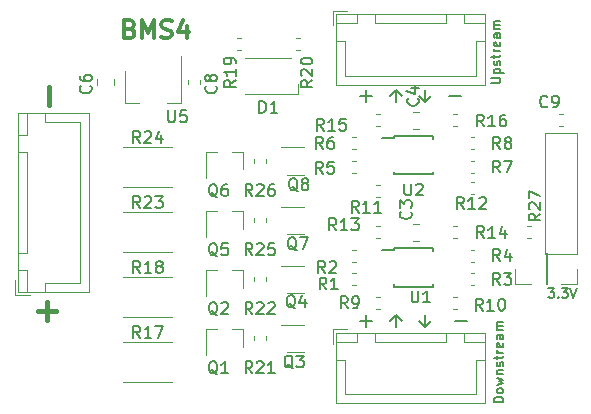
<source format=gto>
G04 #@! TF.GenerationSoftware,KiCad,Pcbnew,(5.0.0)*
G04 #@! TF.CreationDate,2019-02-21T23:12:31-08:00*
G04 #@! TF.ProjectId,bms4_f051,626D73345F663035312E6B696361645F,rev?*
G04 #@! TF.SameCoordinates,Original*
G04 #@! TF.FileFunction,Legend,Top*
G04 #@! TF.FilePolarity,Positive*
%FSLAX46Y46*%
G04 Gerber Fmt 4.6, Leading zero omitted, Abs format (unit mm)*
G04 Created by KiCad (PCBNEW (5.0.0)) date 02/21/19 23:12:31*
%MOMM*%
%LPD*%
G01*
G04 APERTURE LIST*
%ADD10C,0.300000*%
%ADD11C,0.200000*%
%ADD12C,0.150000*%
%ADD13C,0.400000*%
%ADD14C,0.120000*%
G04 APERTURE END LIST*
D10*
X111021428Y-102792857D02*
X111235714Y-102864285D01*
X111307142Y-102935714D01*
X111378571Y-103078571D01*
X111378571Y-103292857D01*
X111307142Y-103435714D01*
X111235714Y-103507142D01*
X111092857Y-103578571D01*
X110521428Y-103578571D01*
X110521428Y-102078571D01*
X111021428Y-102078571D01*
X111164285Y-102150000D01*
X111235714Y-102221428D01*
X111307142Y-102364285D01*
X111307142Y-102507142D01*
X111235714Y-102650000D01*
X111164285Y-102721428D01*
X111021428Y-102792857D01*
X110521428Y-102792857D01*
X112021428Y-103578571D02*
X112021428Y-102078571D01*
X112521428Y-103150000D01*
X113021428Y-102078571D01*
X113021428Y-103578571D01*
X113664285Y-103507142D02*
X113878571Y-103578571D01*
X114235714Y-103578571D01*
X114378571Y-103507142D01*
X114450000Y-103435714D01*
X114521428Y-103292857D01*
X114521428Y-103150000D01*
X114450000Y-103007142D01*
X114378571Y-102935714D01*
X114235714Y-102864285D01*
X113950000Y-102792857D01*
X113807142Y-102721428D01*
X113735714Y-102650000D01*
X113664285Y-102507142D01*
X113664285Y-102364285D01*
X113735714Y-102221428D01*
X113807142Y-102150000D01*
X113950000Y-102078571D01*
X114307142Y-102078571D01*
X114521428Y-102150000D01*
X115807142Y-102578571D02*
X115807142Y-103578571D01*
X115450000Y-102007142D02*
X115092857Y-103078571D01*
X116021428Y-103078571D01*
D11*
X138500000Y-127500000D02*
X139500000Y-127500000D01*
X130500000Y-127500000D02*
X131500000Y-127500000D01*
X131000000Y-127000000D02*
X131000000Y-128000000D01*
X133500000Y-128000000D02*
X133500000Y-127000000D01*
X133500000Y-127000000D02*
X133000000Y-127500000D01*
X133500000Y-127000000D02*
X134000000Y-127500000D01*
X136000000Y-127000000D02*
X136000000Y-128000000D01*
X136000000Y-128000000D02*
X136500000Y-127500000D01*
X136000000Y-128000000D02*
X135500000Y-127500000D01*
X136000000Y-108000000D02*
X136000000Y-109000000D01*
X136000000Y-109000000D02*
X136500000Y-108500000D01*
X136000000Y-109000000D02*
X135500000Y-108500000D01*
X133500000Y-108000000D02*
X134000000Y-108500000D01*
X133500000Y-108000000D02*
X133500000Y-109000000D01*
X133500000Y-108000000D02*
X133000000Y-108500000D01*
X138000000Y-108500000D02*
X139000000Y-108500000D01*
X130500000Y-108500000D02*
X131500000Y-108500000D01*
X131000000Y-108000000D02*
X131000000Y-109000000D01*
D12*
X146419047Y-124761904D02*
X146914285Y-124761904D01*
X146647619Y-125066666D01*
X146761904Y-125066666D01*
X146838095Y-125104761D01*
X146876190Y-125142857D01*
X146914285Y-125219047D01*
X146914285Y-125409523D01*
X146876190Y-125485714D01*
X146838095Y-125523809D01*
X146761904Y-125561904D01*
X146533333Y-125561904D01*
X146457142Y-125523809D01*
X146419047Y-125485714D01*
X147257142Y-125485714D02*
X147295238Y-125523809D01*
X147257142Y-125561904D01*
X147219047Y-125523809D01*
X147257142Y-125485714D01*
X147257142Y-125561904D01*
X147561904Y-124761904D02*
X148057142Y-124761904D01*
X147790476Y-125066666D01*
X147904761Y-125066666D01*
X147980952Y-125104761D01*
X148019047Y-125142857D01*
X148057142Y-125219047D01*
X148057142Y-125409523D01*
X148019047Y-125485714D01*
X147980952Y-125523809D01*
X147904761Y-125561904D01*
X147676190Y-125561904D01*
X147600000Y-125523809D01*
X147561904Y-125485714D01*
X148285714Y-124761904D02*
X148552380Y-125561904D01*
X148819047Y-124761904D01*
X142611904Y-134390476D02*
X141811904Y-134390476D01*
X141811904Y-134200000D01*
X141850000Y-134085714D01*
X141926190Y-134009523D01*
X142002380Y-133971428D01*
X142154761Y-133933333D01*
X142269047Y-133933333D01*
X142421428Y-133971428D01*
X142497619Y-134009523D01*
X142573809Y-134085714D01*
X142611904Y-134200000D01*
X142611904Y-134390476D01*
X142611904Y-133476190D02*
X142573809Y-133552380D01*
X142535714Y-133590476D01*
X142459523Y-133628571D01*
X142230952Y-133628571D01*
X142154761Y-133590476D01*
X142116666Y-133552380D01*
X142078571Y-133476190D01*
X142078571Y-133361904D01*
X142116666Y-133285714D01*
X142154761Y-133247619D01*
X142230952Y-133209523D01*
X142459523Y-133209523D01*
X142535714Y-133247619D01*
X142573809Y-133285714D01*
X142611904Y-133361904D01*
X142611904Y-133476190D01*
X142078571Y-132942857D02*
X142611904Y-132790476D01*
X142230952Y-132638095D01*
X142611904Y-132485714D01*
X142078571Y-132333333D01*
X142078571Y-132028571D02*
X142611904Y-132028571D01*
X142154761Y-132028571D02*
X142116666Y-131990476D01*
X142078571Y-131914285D01*
X142078571Y-131800000D01*
X142116666Y-131723809D01*
X142192857Y-131685714D01*
X142611904Y-131685714D01*
X142573809Y-131342857D02*
X142611904Y-131266666D01*
X142611904Y-131114285D01*
X142573809Y-131038095D01*
X142497619Y-131000000D01*
X142459523Y-131000000D01*
X142383333Y-131038095D01*
X142345238Y-131114285D01*
X142345238Y-131228571D01*
X142307142Y-131304761D01*
X142230952Y-131342857D01*
X142192857Y-131342857D01*
X142116666Y-131304761D01*
X142078571Y-131228571D01*
X142078571Y-131114285D01*
X142116666Y-131038095D01*
X142078571Y-130771428D02*
X142078571Y-130466666D01*
X141811904Y-130657142D02*
X142497619Y-130657142D01*
X142573809Y-130619047D01*
X142611904Y-130542857D01*
X142611904Y-130466666D01*
X142611904Y-130200000D02*
X142078571Y-130200000D01*
X142230952Y-130200000D02*
X142154761Y-130161904D01*
X142116666Y-130123809D01*
X142078571Y-130047619D01*
X142078571Y-129971428D01*
X142573809Y-129400000D02*
X142611904Y-129476190D01*
X142611904Y-129628571D01*
X142573809Y-129704761D01*
X142497619Y-129742857D01*
X142192857Y-129742857D01*
X142116666Y-129704761D01*
X142078571Y-129628571D01*
X142078571Y-129476190D01*
X142116666Y-129400000D01*
X142192857Y-129361904D01*
X142269047Y-129361904D01*
X142345238Y-129742857D01*
X142611904Y-128676190D02*
X142192857Y-128676190D01*
X142116666Y-128714285D01*
X142078571Y-128790476D01*
X142078571Y-128942857D01*
X142116666Y-129019047D01*
X142573809Y-128676190D02*
X142611904Y-128752380D01*
X142611904Y-128942857D01*
X142573809Y-129019047D01*
X142497619Y-129057142D01*
X142421428Y-129057142D01*
X142345238Y-129019047D01*
X142307142Y-128942857D01*
X142307142Y-128752380D01*
X142269047Y-128676190D01*
X142611904Y-128295238D02*
X142078571Y-128295238D01*
X142154761Y-128295238D02*
X142116666Y-128257142D01*
X142078571Y-128180952D01*
X142078571Y-128066666D01*
X142116666Y-127990476D01*
X142192857Y-127952380D01*
X142611904Y-127952380D01*
X142192857Y-127952380D02*
X142116666Y-127914285D01*
X142078571Y-127838095D01*
X142078571Y-127723809D01*
X142116666Y-127647619D01*
X142192857Y-127609523D01*
X142611904Y-127609523D01*
X141561904Y-107378571D02*
X142209523Y-107378571D01*
X142285714Y-107340476D01*
X142323809Y-107302380D01*
X142361904Y-107226190D01*
X142361904Y-107073809D01*
X142323809Y-106997619D01*
X142285714Y-106959523D01*
X142209523Y-106921428D01*
X141561904Y-106921428D01*
X141828571Y-106540476D02*
X142628571Y-106540476D01*
X141866666Y-106540476D02*
X141828571Y-106464285D01*
X141828571Y-106311904D01*
X141866666Y-106235714D01*
X141904761Y-106197619D01*
X141980952Y-106159523D01*
X142209523Y-106159523D01*
X142285714Y-106197619D01*
X142323809Y-106235714D01*
X142361904Y-106311904D01*
X142361904Y-106464285D01*
X142323809Y-106540476D01*
X142323809Y-105854761D02*
X142361904Y-105778571D01*
X142361904Y-105626190D01*
X142323809Y-105550000D01*
X142247619Y-105511904D01*
X142209523Y-105511904D01*
X142133333Y-105550000D01*
X142095238Y-105626190D01*
X142095238Y-105740476D01*
X142057142Y-105816666D01*
X141980952Y-105854761D01*
X141942857Y-105854761D01*
X141866666Y-105816666D01*
X141828571Y-105740476D01*
X141828571Y-105626190D01*
X141866666Y-105550000D01*
X141828571Y-105283333D02*
X141828571Y-104978571D01*
X141561904Y-105169047D02*
X142247619Y-105169047D01*
X142323809Y-105130952D01*
X142361904Y-105054761D01*
X142361904Y-104978571D01*
X142361904Y-104711904D02*
X141828571Y-104711904D01*
X141980952Y-104711904D02*
X141904761Y-104673809D01*
X141866666Y-104635714D01*
X141828571Y-104559523D01*
X141828571Y-104483333D01*
X142323809Y-103911904D02*
X142361904Y-103988095D01*
X142361904Y-104140476D01*
X142323809Y-104216666D01*
X142247619Y-104254761D01*
X141942857Y-104254761D01*
X141866666Y-104216666D01*
X141828571Y-104140476D01*
X141828571Y-103988095D01*
X141866666Y-103911904D01*
X141942857Y-103873809D01*
X142019047Y-103873809D01*
X142095238Y-104254761D01*
X142361904Y-103188095D02*
X141942857Y-103188095D01*
X141866666Y-103226190D01*
X141828571Y-103302380D01*
X141828571Y-103454761D01*
X141866666Y-103530952D01*
X142323809Y-103188095D02*
X142361904Y-103264285D01*
X142361904Y-103454761D01*
X142323809Y-103530952D01*
X142247619Y-103569047D01*
X142171428Y-103569047D01*
X142095238Y-103530952D01*
X142057142Y-103454761D01*
X142057142Y-103264285D01*
X142019047Y-103188095D01*
X142361904Y-102807142D02*
X141828571Y-102807142D01*
X141904761Y-102807142D02*
X141866666Y-102769047D01*
X141828571Y-102692857D01*
X141828571Y-102578571D01*
X141866666Y-102502380D01*
X141942857Y-102464285D01*
X142361904Y-102464285D01*
X141942857Y-102464285D02*
X141866666Y-102426190D01*
X141828571Y-102350000D01*
X141828571Y-102235714D01*
X141866666Y-102159523D01*
X141942857Y-102121428D01*
X142361904Y-102121428D01*
D13*
X104142857Y-109261904D02*
X104142857Y-107738095D01*
X103238095Y-126642857D02*
X104761904Y-126642857D01*
X104000000Y-127404761D02*
X104000000Y-125880952D01*
D14*
G04 #@! TO.C,C3*
X135508578Y-120760000D02*
X134991422Y-120760000D01*
X135508578Y-119340000D02*
X134991422Y-119340000D01*
G04 #@! TO.C,C4*
X135508578Y-109840000D02*
X134991422Y-109840000D01*
X135508578Y-111260000D02*
X134991422Y-111260000D01*
G04 #@! TO.C,C6*
X108240000Y-107066422D02*
X108240000Y-107583578D01*
X109660000Y-107066422D02*
X109660000Y-107583578D01*
G04 #@! TO.C,C8*
X116960000Y-107162221D02*
X116960000Y-107487779D01*
X115940000Y-107162221D02*
X115940000Y-107487779D01*
G04 #@! TO.C,C9*
X147337221Y-111010000D02*
X147662779Y-111010000D01*
X147337221Y-109990000D02*
X147662779Y-109990000D01*
G04 #@! TO.C,D1*
X125200000Y-107500000D02*
X125200000Y-108300000D01*
X125200044Y-108300000D02*
X120750000Y-108300000D01*
X124650000Y-105300000D02*
X120750000Y-105300000D01*
G04 #@! TO.C,J1*
X128150000Y-101250000D02*
X128150000Y-102500000D01*
X129400000Y-101250000D02*
X128150000Y-101250000D01*
X140300000Y-106750000D02*
X134750000Y-106750000D01*
X140300000Y-103800000D02*
X140300000Y-106750000D01*
X141050000Y-103800000D02*
X140300000Y-103800000D01*
X129200000Y-106750000D02*
X134750000Y-106750000D01*
X129200000Y-103800000D02*
X129200000Y-106750000D01*
X128450000Y-103800000D02*
X129200000Y-103800000D01*
X141050000Y-101550000D02*
X139250000Y-101550000D01*
X141050000Y-102300000D02*
X141050000Y-101550000D01*
X139250000Y-102300000D02*
X141050000Y-102300000D01*
X139250000Y-101550000D02*
X139250000Y-102300000D01*
X130250000Y-101550000D02*
X128450000Y-101550000D01*
X130250000Y-102300000D02*
X130250000Y-101550000D01*
X128450000Y-102300000D02*
X130250000Y-102300000D01*
X128450000Y-101550000D02*
X128450000Y-102300000D01*
X137750000Y-101550000D02*
X131750000Y-101550000D01*
X137750000Y-102300000D02*
X137750000Y-101550000D01*
X131750000Y-102300000D02*
X137750000Y-102300000D01*
X131750000Y-101550000D02*
X131750000Y-102300000D01*
X141060000Y-101540000D02*
X128440000Y-101540000D01*
X141060000Y-107510000D02*
X141060000Y-101540000D01*
X128440000Y-107510000D02*
X141060000Y-107510000D01*
X128440000Y-101540000D02*
X128440000Y-107510000D01*
G04 #@! TO.C,J2*
X101540000Y-125060000D02*
X107510000Y-125060000D01*
X107510000Y-125060000D02*
X107510000Y-109940000D01*
X107510000Y-109940000D02*
X101540000Y-109940000D01*
X101540000Y-109940000D02*
X101540000Y-125060000D01*
X101550000Y-121750000D02*
X102300000Y-121750000D01*
X102300000Y-121750000D02*
X102300000Y-113250000D01*
X102300000Y-113250000D02*
X101550000Y-113250000D01*
X101550000Y-113250000D02*
X101550000Y-121750000D01*
X101550000Y-125050000D02*
X102300000Y-125050000D01*
X102300000Y-125050000D02*
X102300000Y-123250000D01*
X102300000Y-123250000D02*
X101550000Y-123250000D01*
X101550000Y-123250000D02*
X101550000Y-125050000D01*
X101550000Y-111750000D02*
X102300000Y-111750000D01*
X102300000Y-111750000D02*
X102300000Y-109950000D01*
X102300000Y-109950000D02*
X101550000Y-109950000D01*
X101550000Y-109950000D02*
X101550000Y-111750000D01*
X103800000Y-125050000D02*
X103800000Y-124300000D01*
X103800000Y-124300000D02*
X106750000Y-124300000D01*
X106750000Y-124300000D02*
X106750000Y-117500000D01*
X103800000Y-109950000D02*
X103800000Y-110700000D01*
X103800000Y-110700000D02*
X106750000Y-110700000D01*
X106750000Y-110700000D02*
X106750000Y-117500000D01*
X101250000Y-124100000D02*
X101250000Y-125350000D01*
X101250000Y-125350000D02*
X102500000Y-125350000D01*
G04 #@! TO.C,J3*
X148830000Y-111610000D02*
X146170000Y-111610000D01*
X148830000Y-121830000D02*
X148830000Y-111610000D01*
X146170000Y-121830000D02*
X146170000Y-111610000D01*
X148830000Y-121830000D02*
X146170000Y-121830000D01*
X148830000Y-123100000D02*
X148830000Y-124430000D01*
X148830000Y-124430000D02*
X147500000Y-124430000D01*
G04 #@! TO.C,J4*
X128440000Y-128540000D02*
X128440000Y-134510000D01*
X128440000Y-134510000D02*
X141060000Y-134510000D01*
X141060000Y-134510000D02*
X141060000Y-128540000D01*
X141060000Y-128540000D02*
X128440000Y-128540000D01*
X131750000Y-128550000D02*
X131750000Y-129300000D01*
X131750000Y-129300000D02*
X137750000Y-129300000D01*
X137750000Y-129300000D02*
X137750000Y-128550000D01*
X137750000Y-128550000D02*
X131750000Y-128550000D01*
X128450000Y-128550000D02*
X128450000Y-129300000D01*
X128450000Y-129300000D02*
X130250000Y-129300000D01*
X130250000Y-129300000D02*
X130250000Y-128550000D01*
X130250000Y-128550000D02*
X128450000Y-128550000D01*
X139250000Y-128550000D02*
X139250000Y-129300000D01*
X139250000Y-129300000D02*
X141050000Y-129300000D01*
X141050000Y-129300000D02*
X141050000Y-128550000D01*
X141050000Y-128550000D02*
X139250000Y-128550000D01*
X128450000Y-130800000D02*
X129200000Y-130800000D01*
X129200000Y-130800000D02*
X129200000Y-133750000D01*
X129200000Y-133750000D02*
X134750000Y-133750000D01*
X141050000Y-130800000D02*
X140300000Y-130800000D01*
X140300000Y-130800000D02*
X140300000Y-133750000D01*
X140300000Y-133750000D02*
X134750000Y-133750000D01*
X129400000Y-128250000D02*
X128150000Y-128250000D01*
X128150000Y-128250000D02*
X128150000Y-129500000D01*
G04 #@! TO.C,Q1*
X120580000Y-128240000D02*
X119650000Y-128240000D01*
X117420000Y-128240000D02*
X118350000Y-128240000D01*
X117420000Y-128240000D02*
X117420000Y-130400000D01*
X120580000Y-128240000D02*
X120580000Y-129700000D01*
G04 #@! TO.C,Q2*
X120580000Y-123240000D02*
X120580000Y-124700000D01*
X117420000Y-123240000D02*
X117420000Y-125400000D01*
X117420000Y-123240000D02*
X118350000Y-123240000D01*
X120580000Y-123240000D02*
X119650000Y-123240000D01*
G04 #@! TO.C,Q3*
X125700000Y-127840000D02*
X123800000Y-127840000D01*
X124300000Y-130160000D02*
X125700000Y-130160000D01*
G04 #@! TO.C,Q4*
X124300000Y-125160000D02*
X125700000Y-125160000D01*
X125700000Y-122840000D02*
X123800000Y-122840000D01*
G04 #@! TO.C,Q5*
X120580000Y-118240000D02*
X119650000Y-118240000D01*
X117420000Y-118240000D02*
X118350000Y-118240000D01*
X117420000Y-118240000D02*
X117420000Y-120400000D01*
X120580000Y-118240000D02*
X120580000Y-119700000D01*
G04 #@! TO.C,Q6*
X120580000Y-113240000D02*
X120580000Y-114700000D01*
X117420000Y-113240000D02*
X117420000Y-115400000D01*
X117420000Y-113240000D02*
X118350000Y-113240000D01*
X120580000Y-113240000D02*
X119650000Y-113240000D01*
G04 #@! TO.C,Q7*
X125700000Y-117840000D02*
X123800000Y-117840000D01*
X124300000Y-120160000D02*
X125700000Y-120160000D01*
G04 #@! TO.C,Q8*
X124300000Y-115160000D02*
X125700000Y-115160000D01*
X125700000Y-112840000D02*
X123800000Y-112840000D01*
G04 #@! TO.C,R1*
X130162779Y-124510000D02*
X129837221Y-124510000D01*
X130162779Y-123490000D02*
X129837221Y-123490000D01*
G04 #@! TO.C,R2*
X130162779Y-121490000D02*
X129837221Y-121490000D01*
X130162779Y-122510000D02*
X129837221Y-122510000D01*
G04 #@! TO.C,R3*
X139837221Y-123490000D02*
X140162779Y-123490000D01*
X139837221Y-124510000D02*
X140162779Y-124510000D01*
G04 #@! TO.C,R4*
X139837221Y-122510000D02*
X140162779Y-122510000D01*
X139837221Y-121490000D02*
X140162779Y-121490000D01*
G04 #@! TO.C,R5*
X130162779Y-115010000D02*
X129837221Y-115010000D01*
X130162779Y-113990000D02*
X129837221Y-113990000D01*
G04 #@! TO.C,R6*
X130162779Y-111990000D02*
X129837221Y-111990000D01*
X130162779Y-113010000D02*
X129837221Y-113010000D01*
G04 #@! TO.C,R7*
X139837221Y-113990000D02*
X140162779Y-113990000D01*
X139837221Y-115010000D02*
X140162779Y-115010000D01*
G04 #@! TO.C,R8*
X139837221Y-113010000D02*
X140162779Y-113010000D01*
X139837221Y-111990000D02*
X140162779Y-111990000D01*
G04 #@! TO.C,R9*
X132162779Y-125490000D02*
X131837221Y-125490000D01*
X132162779Y-126510000D02*
X131837221Y-126510000D01*
G04 #@! TO.C,R10*
X138337221Y-126510000D02*
X138662779Y-126510000D01*
X138337221Y-125490000D02*
X138662779Y-125490000D01*
G04 #@! TO.C,R11*
X132162779Y-115990000D02*
X131837221Y-115990000D01*
X132162779Y-117010000D02*
X131837221Y-117010000D01*
G04 #@! TO.C,R12*
X140162779Y-115740000D02*
X139837221Y-115740000D01*
X140162779Y-116760000D02*
X139837221Y-116760000D01*
G04 #@! TO.C,R13*
X132162779Y-120510000D02*
X131837221Y-120510000D01*
X132162779Y-119490000D02*
X131837221Y-119490000D01*
G04 #@! TO.C,R14*
X138337221Y-119490000D02*
X138662779Y-119490000D01*
X138337221Y-120510000D02*
X138662779Y-120510000D01*
G04 #@! TO.C,R15*
X132162779Y-111010000D02*
X131837221Y-111010000D01*
X132162779Y-109990000D02*
X131837221Y-109990000D01*
G04 #@! TO.C,R16*
X138337221Y-109990000D02*
X138662779Y-109990000D01*
X138337221Y-111010000D02*
X138662779Y-111010000D01*
G04 #@! TO.C,R19*
X120087221Y-104610000D02*
X120412779Y-104610000D01*
X120087221Y-103590000D02*
X120412779Y-103590000D01*
G04 #@! TO.C,R20*
X125087221Y-103590000D02*
X125412779Y-103590000D01*
X125087221Y-104610000D02*
X125412779Y-104610000D01*
G04 #@! TO.C,R21*
X122510000Y-128837221D02*
X122510000Y-129162779D01*
X121490000Y-128837221D02*
X121490000Y-129162779D01*
G04 #@! TO.C,R22*
X121490000Y-123837221D02*
X121490000Y-124162779D01*
X122510000Y-123837221D02*
X122510000Y-124162779D01*
G04 #@! TO.C,R25*
X122510000Y-118837221D02*
X122510000Y-119162779D01*
X121490000Y-118837221D02*
X121490000Y-119162779D01*
G04 #@! TO.C,R26*
X121490000Y-113837221D02*
X121490000Y-114162779D01*
X122510000Y-113837221D02*
X122510000Y-114162779D01*
D12*
G04 #@! TO.C,U1*
X133375000Y-121500000D02*
X132300000Y-121500000D01*
X133375000Y-124625000D02*
X136625000Y-124625000D01*
X133375000Y-121375000D02*
X136625000Y-121375000D01*
X133375000Y-124625000D02*
X133375000Y-124400000D01*
X136625000Y-124625000D02*
X136625000Y-124400000D01*
X136625000Y-121375000D02*
X136625000Y-121600000D01*
X133375000Y-121375000D02*
X133375000Y-121500000D01*
G04 #@! TO.C,U2*
X133375000Y-111875000D02*
X133375000Y-112000000D01*
X136625000Y-111875000D02*
X136625000Y-112100000D01*
X136625000Y-115125000D02*
X136625000Y-114900000D01*
X133375000Y-115125000D02*
X133375000Y-114900000D01*
X133375000Y-111875000D02*
X136625000Y-111875000D01*
X133375000Y-115125000D02*
X136625000Y-115125000D01*
X133375000Y-112000000D02*
X132300000Y-112000000D01*
D14*
G04 #@! TO.C,U5*
X111750000Y-109105000D02*
X110550000Y-109105000D01*
X110550000Y-109105000D02*
X110550000Y-106405000D01*
X115350000Y-105105000D02*
X115350000Y-109105000D01*
X115350000Y-109105000D02*
X114150000Y-109105000D01*
G04 #@! TO.C,R17*
X110447936Y-132710000D02*
X114552064Y-132710000D01*
X110447936Y-129290000D02*
X114552064Y-129290000D01*
G04 #@! TO.C,R18*
X110447936Y-127210000D02*
X114552064Y-127210000D01*
X110447936Y-123790000D02*
X114552064Y-123790000D01*
G04 #@! TO.C,R23*
X110447936Y-118290000D02*
X114552064Y-118290000D01*
X110447936Y-121710000D02*
X114552064Y-121710000D01*
G04 #@! TO.C,R24*
X110447936Y-112790000D02*
X114552064Y-112790000D01*
X110447936Y-116210000D02*
X114552064Y-116210000D01*
G04 #@! TO.C,J5*
X146290000Y-124430000D02*
X146290000Y-121770000D01*
X146230000Y-124430000D02*
X146290000Y-124430000D01*
X146230000Y-121770000D02*
X146290000Y-121770000D01*
X146230000Y-124430000D02*
X146230000Y-121770000D01*
X144960000Y-124430000D02*
X143630000Y-124430000D01*
X143630000Y-124430000D02*
X143630000Y-123100000D01*
G04 #@! TO.C,R27*
X144962779Y-120510000D02*
X144637221Y-120510000D01*
X144962779Y-119490000D02*
X144637221Y-119490000D01*
G04 #@! TO.C,C3*
D12*
X134757142Y-118266666D02*
X134804761Y-118314285D01*
X134852380Y-118457142D01*
X134852380Y-118552380D01*
X134804761Y-118695238D01*
X134709523Y-118790476D01*
X134614285Y-118838095D01*
X134423809Y-118885714D01*
X134280952Y-118885714D01*
X134090476Y-118838095D01*
X133995238Y-118790476D01*
X133900000Y-118695238D01*
X133852380Y-118552380D01*
X133852380Y-118457142D01*
X133900000Y-118314285D01*
X133947619Y-118266666D01*
X133852380Y-117933333D02*
X133852380Y-117314285D01*
X134233333Y-117647619D01*
X134233333Y-117504761D01*
X134280952Y-117409523D01*
X134328571Y-117361904D01*
X134423809Y-117314285D01*
X134661904Y-117314285D01*
X134757142Y-117361904D01*
X134804761Y-117409523D01*
X134852380Y-117504761D01*
X134852380Y-117790476D01*
X134804761Y-117885714D01*
X134757142Y-117933333D01*
G04 #@! TO.C,C4*
X135357142Y-108666666D02*
X135404761Y-108714285D01*
X135452380Y-108857142D01*
X135452380Y-108952380D01*
X135404761Y-109095238D01*
X135309523Y-109190476D01*
X135214285Y-109238095D01*
X135023809Y-109285714D01*
X134880952Y-109285714D01*
X134690476Y-109238095D01*
X134595238Y-109190476D01*
X134500000Y-109095238D01*
X134452380Y-108952380D01*
X134452380Y-108857142D01*
X134500000Y-108714285D01*
X134547619Y-108666666D01*
X134785714Y-107809523D02*
X135452380Y-107809523D01*
X134404761Y-108047619D02*
X135119047Y-108285714D01*
X135119047Y-107666666D01*
G04 #@! TO.C,C6*
X107657142Y-107616666D02*
X107704761Y-107664285D01*
X107752380Y-107807142D01*
X107752380Y-107902380D01*
X107704761Y-108045238D01*
X107609523Y-108140476D01*
X107514285Y-108188095D01*
X107323809Y-108235714D01*
X107180952Y-108235714D01*
X106990476Y-108188095D01*
X106895238Y-108140476D01*
X106800000Y-108045238D01*
X106752380Y-107902380D01*
X106752380Y-107807142D01*
X106800000Y-107664285D01*
X106847619Y-107616666D01*
X106752380Y-106759523D02*
X106752380Y-106950000D01*
X106800000Y-107045238D01*
X106847619Y-107092857D01*
X106990476Y-107188095D01*
X107180952Y-107235714D01*
X107561904Y-107235714D01*
X107657142Y-107188095D01*
X107704761Y-107140476D01*
X107752380Y-107045238D01*
X107752380Y-106854761D01*
X107704761Y-106759523D01*
X107657142Y-106711904D01*
X107561904Y-106664285D01*
X107323809Y-106664285D01*
X107228571Y-106711904D01*
X107180952Y-106759523D01*
X107133333Y-106854761D01*
X107133333Y-107045238D01*
X107180952Y-107140476D01*
X107228571Y-107188095D01*
X107323809Y-107235714D01*
G04 #@! TO.C,C8*
X118257142Y-107616666D02*
X118304761Y-107664285D01*
X118352380Y-107807142D01*
X118352380Y-107902380D01*
X118304761Y-108045238D01*
X118209523Y-108140476D01*
X118114285Y-108188095D01*
X117923809Y-108235714D01*
X117780952Y-108235714D01*
X117590476Y-108188095D01*
X117495238Y-108140476D01*
X117400000Y-108045238D01*
X117352380Y-107902380D01*
X117352380Y-107807142D01*
X117400000Y-107664285D01*
X117447619Y-107616666D01*
X117780952Y-107045238D02*
X117733333Y-107140476D01*
X117685714Y-107188095D01*
X117590476Y-107235714D01*
X117542857Y-107235714D01*
X117447619Y-107188095D01*
X117400000Y-107140476D01*
X117352380Y-107045238D01*
X117352380Y-106854761D01*
X117400000Y-106759523D01*
X117447619Y-106711904D01*
X117542857Y-106664285D01*
X117590476Y-106664285D01*
X117685714Y-106711904D01*
X117733333Y-106759523D01*
X117780952Y-106854761D01*
X117780952Y-107045238D01*
X117828571Y-107140476D01*
X117876190Y-107188095D01*
X117971428Y-107235714D01*
X118161904Y-107235714D01*
X118257142Y-107188095D01*
X118304761Y-107140476D01*
X118352380Y-107045238D01*
X118352380Y-106854761D01*
X118304761Y-106759523D01*
X118257142Y-106711904D01*
X118161904Y-106664285D01*
X117971428Y-106664285D01*
X117876190Y-106711904D01*
X117828571Y-106759523D01*
X117780952Y-106854761D01*
G04 #@! TO.C,C9*
X146333333Y-109357142D02*
X146285714Y-109404761D01*
X146142857Y-109452380D01*
X146047619Y-109452380D01*
X145904761Y-109404761D01*
X145809523Y-109309523D01*
X145761904Y-109214285D01*
X145714285Y-109023809D01*
X145714285Y-108880952D01*
X145761904Y-108690476D01*
X145809523Y-108595238D01*
X145904761Y-108500000D01*
X146047619Y-108452380D01*
X146142857Y-108452380D01*
X146285714Y-108500000D01*
X146333333Y-108547619D01*
X146809523Y-109452380D02*
X147000000Y-109452380D01*
X147095238Y-109404761D01*
X147142857Y-109357142D01*
X147238095Y-109214285D01*
X147285714Y-109023809D01*
X147285714Y-108642857D01*
X147238095Y-108547619D01*
X147190476Y-108500000D01*
X147095238Y-108452380D01*
X146904761Y-108452380D01*
X146809523Y-108500000D01*
X146761904Y-108547619D01*
X146714285Y-108642857D01*
X146714285Y-108880952D01*
X146761904Y-108976190D01*
X146809523Y-109023809D01*
X146904761Y-109071428D01*
X147095238Y-109071428D01*
X147190476Y-109023809D01*
X147238095Y-108976190D01*
X147285714Y-108880952D01*
G04 #@! TO.C,D1*
X121961904Y-109902380D02*
X121961904Y-108902380D01*
X122200000Y-108902380D01*
X122342857Y-108950000D01*
X122438095Y-109045238D01*
X122485714Y-109140476D01*
X122533333Y-109330952D01*
X122533333Y-109473809D01*
X122485714Y-109664285D01*
X122438095Y-109759523D01*
X122342857Y-109854761D01*
X122200000Y-109902380D01*
X121961904Y-109902380D01*
X123485714Y-109902380D02*
X122914285Y-109902380D01*
X123200000Y-109902380D02*
X123200000Y-108902380D01*
X123104761Y-109045238D01*
X123009523Y-109140476D01*
X122914285Y-109188095D01*
G04 #@! TO.C,Q1*
X118404761Y-132047619D02*
X118309523Y-132000000D01*
X118214285Y-131904761D01*
X118071428Y-131761904D01*
X117976190Y-131714285D01*
X117880952Y-131714285D01*
X117928571Y-131952380D02*
X117833333Y-131904761D01*
X117738095Y-131809523D01*
X117690476Y-131619047D01*
X117690476Y-131285714D01*
X117738095Y-131095238D01*
X117833333Y-131000000D01*
X117928571Y-130952380D01*
X118119047Y-130952380D01*
X118214285Y-131000000D01*
X118309523Y-131095238D01*
X118357142Y-131285714D01*
X118357142Y-131619047D01*
X118309523Y-131809523D01*
X118214285Y-131904761D01*
X118119047Y-131952380D01*
X117928571Y-131952380D01*
X119309523Y-131952380D02*
X118738095Y-131952380D01*
X119023809Y-131952380D02*
X119023809Y-130952380D01*
X118928571Y-131095238D01*
X118833333Y-131190476D01*
X118738095Y-131238095D01*
G04 #@! TO.C,Q2*
X118404761Y-127047619D02*
X118309523Y-127000000D01*
X118214285Y-126904761D01*
X118071428Y-126761904D01*
X117976190Y-126714285D01*
X117880952Y-126714285D01*
X117928571Y-126952380D02*
X117833333Y-126904761D01*
X117738095Y-126809523D01*
X117690476Y-126619047D01*
X117690476Y-126285714D01*
X117738095Y-126095238D01*
X117833333Y-126000000D01*
X117928571Y-125952380D01*
X118119047Y-125952380D01*
X118214285Y-126000000D01*
X118309523Y-126095238D01*
X118357142Y-126285714D01*
X118357142Y-126619047D01*
X118309523Y-126809523D01*
X118214285Y-126904761D01*
X118119047Y-126952380D01*
X117928571Y-126952380D01*
X118738095Y-126047619D02*
X118785714Y-126000000D01*
X118880952Y-125952380D01*
X119119047Y-125952380D01*
X119214285Y-126000000D01*
X119261904Y-126047619D01*
X119309523Y-126142857D01*
X119309523Y-126238095D01*
X119261904Y-126380952D01*
X118690476Y-126952380D01*
X119309523Y-126952380D01*
G04 #@! TO.C,Q3*
X124804761Y-131547619D02*
X124709523Y-131500000D01*
X124614285Y-131404761D01*
X124471428Y-131261904D01*
X124376190Y-131214285D01*
X124280952Y-131214285D01*
X124328571Y-131452380D02*
X124233333Y-131404761D01*
X124138095Y-131309523D01*
X124090476Y-131119047D01*
X124090476Y-130785714D01*
X124138095Y-130595238D01*
X124233333Y-130500000D01*
X124328571Y-130452380D01*
X124519047Y-130452380D01*
X124614285Y-130500000D01*
X124709523Y-130595238D01*
X124757142Y-130785714D01*
X124757142Y-131119047D01*
X124709523Y-131309523D01*
X124614285Y-131404761D01*
X124519047Y-131452380D01*
X124328571Y-131452380D01*
X125090476Y-130452380D02*
X125709523Y-130452380D01*
X125376190Y-130833333D01*
X125519047Y-130833333D01*
X125614285Y-130880952D01*
X125661904Y-130928571D01*
X125709523Y-131023809D01*
X125709523Y-131261904D01*
X125661904Y-131357142D01*
X125614285Y-131404761D01*
X125519047Y-131452380D01*
X125233333Y-131452380D01*
X125138095Y-131404761D01*
X125090476Y-131357142D01*
G04 #@! TO.C,Q4*
X125004761Y-126447619D02*
X124909523Y-126400000D01*
X124814285Y-126304761D01*
X124671428Y-126161904D01*
X124576190Y-126114285D01*
X124480952Y-126114285D01*
X124528571Y-126352380D02*
X124433333Y-126304761D01*
X124338095Y-126209523D01*
X124290476Y-126019047D01*
X124290476Y-125685714D01*
X124338095Y-125495238D01*
X124433333Y-125400000D01*
X124528571Y-125352380D01*
X124719047Y-125352380D01*
X124814285Y-125400000D01*
X124909523Y-125495238D01*
X124957142Y-125685714D01*
X124957142Y-126019047D01*
X124909523Y-126209523D01*
X124814285Y-126304761D01*
X124719047Y-126352380D01*
X124528571Y-126352380D01*
X125814285Y-125685714D02*
X125814285Y-126352380D01*
X125576190Y-125304761D02*
X125338095Y-126019047D01*
X125957142Y-126019047D01*
G04 #@! TO.C,Q5*
X118404761Y-122047619D02*
X118309523Y-122000000D01*
X118214285Y-121904761D01*
X118071428Y-121761904D01*
X117976190Y-121714285D01*
X117880952Y-121714285D01*
X117928571Y-121952380D02*
X117833333Y-121904761D01*
X117738095Y-121809523D01*
X117690476Y-121619047D01*
X117690476Y-121285714D01*
X117738095Y-121095238D01*
X117833333Y-121000000D01*
X117928571Y-120952380D01*
X118119047Y-120952380D01*
X118214285Y-121000000D01*
X118309523Y-121095238D01*
X118357142Y-121285714D01*
X118357142Y-121619047D01*
X118309523Y-121809523D01*
X118214285Y-121904761D01*
X118119047Y-121952380D01*
X117928571Y-121952380D01*
X119261904Y-120952380D02*
X118785714Y-120952380D01*
X118738095Y-121428571D01*
X118785714Y-121380952D01*
X118880952Y-121333333D01*
X119119047Y-121333333D01*
X119214285Y-121380952D01*
X119261904Y-121428571D01*
X119309523Y-121523809D01*
X119309523Y-121761904D01*
X119261904Y-121857142D01*
X119214285Y-121904761D01*
X119119047Y-121952380D01*
X118880952Y-121952380D01*
X118785714Y-121904761D01*
X118738095Y-121857142D01*
G04 #@! TO.C,Q6*
X118404761Y-117047619D02*
X118309523Y-117000000D01*
X118214285Y-116904761D01*
X118071428Y-116761904D01*
X117976190Y-116714285D01*
X117880952Y-116714285D01*
X117928571Y-116952380D02*
X117833333Y-116904761D01*
X117738095Y-116809523D01*
X117690476Y-116619047D01*
X117690476Y-116285714D01*
X117738095Y-116095238D01*
X117833333Y-116000000D01*
X117928571Y-115952380D01*
X118119047Y-115952380D01*
X118214285Y-116000000D01*
X118309523Y-116095238D01*
X118357142Y-116285714D01*
X118357142Y-116619047D01*
X118309523Y-116809523D01*
X118214285Y-116904761D01*
X118119047Y-116952380D01*
X117928571Y-116952380D01*
X119214285Y-115952380D02*
X119023809Y-115952380D01*
X118928571Y-116000000D01*
X118880952Y-116047619D01*
X118785714Y-116190476D01*
X118738095Y-116380952D01*
X118738095Y-116761904D01*
X118785714Y-116857142D01*
X118833333Y-116904761D01*
X118928571Y-116952380D01*
X119119047Y-116952380D01*
X119214285Y-116904761D01*
X119261904Y-116857142D01*
X119309523Y-116761904D01*
X119309523Y-116523809D01*
X119261904Y-116428571D01*
X119214285Y-116380952D01*
X119119047Y-116333333D01*
X118928571Y-116333333D01*
X118833333Y-116380952D01*
X118785714Y-116428571D01*
X118738095Y-116523809D01*
G04 #@! TO.C,Q7*
X125104761Y-121547619D02*
X125009523Y-121500000D01*
X124914285Y-121404761D01*
X124771428Y-121261904D01*
X124676190Y-121214285D01*
X124580952Y-121214285D01*
X124628571Y-121452380D02*
X124533333Y-121404761D01*
X124438095Y-121309523D01*
X124390476Y-121119047D01*
X124390476Y-120785714D01*
X124438095Y-120595238D01*
X124533333Y-120500000D01*
X124628571Y-120452380D01*
X124819047Y-120452380D01*
X124914285Y-120500000D01*
X125009523Y-120595238D01*
X125057142Y-120785714D01*
X125057142Y-121119047D01*
X125009523Y-121309523D01*
X124914285Y-121404761D01*
X124819047Y-121452380D01*
X124628571Y-121452380D01*
X125390476Y-120452380D02*
X126057142Y-120452380D01*
X125628571Y-121452380D01*
G04 #@! TO.C,Q8*
X125204761Y-116547619D02*
X125109523Y-116500000D01*
X125014285Y-116404761D01*
X124871428Y-116261904D01*
X124776190Y-116214285D01*
X124680952Y-116214285D01*
X124728571Y-116452380D02*
X124633333Y-116404761D01*
X124538095Y-116309523D01*
X124490476Y-116119047D01*
X124490476Y-115785714D01*
X124538095Y-115595238D01*
X124633333Y-115500000D01*
X124728571Y-115452380D01*
X124919047Y-115452380D01*
X125014285Y-115500000D01*
X125109523Y-115595238D01*
X125157142Y-115785714D01*
X125157142Y-116119047D01*
X125109523Y-116309523D01*
X125014285Y-116404761D01*
X124919047Y-116452380D01*
X124728571Y-116452380D01*
X125728571Y-115880952D02*
X125633333Y-115833333D01*
X125585714Y-115785714D01*
X125538095Y-115690476D01*
X125538095Y-115642857D01*
X125585714Y-115547619D01*
X125633333Y-115500000D01*
X125728571Y-115452380D01*
X125919047Y-115452380D01*
X126014285Y-115500000D01*
X126061904Y-115547619D01*
X126109523Y-115642857D01*
X126109523Y-115690476D01*
X126061904Y-115785714D01*
X126014285Y-115833333D01*
X125919047Y-115880952D01*
X125728571Y-115880952D01*
X125633333Y-115928571D01*
X125585714Y-115976190D01*
X125538095Y-116071428D01*
X125538095Y-116261904D01*
X125585714Y-116357142D01*
X125633333Y-116404761D01*
X125728571Y-116452380D01*
X125919047Y-116452380D01*
X126014285Y-116404761D01*
X126061904Y-116357142D01*
X126109523Y-116261904D01*
X126109523Y-116071428D01*
X126061904Y-115976190D01*
X126014285Y-115928571D01*
X125919047Y-115880952D01*
G04 #@! TO.C,R1*
X127633333Y-124852380D02*
X127300000Y-124376190D01*
X127061904Y-124852380D02*
X127061904Y-123852380D01*
X127442857Y-123852380D01*
X127538095Y-123900000D01*
X127585714Y-123947619D01*
X127633333Y-124042857D01*
X127633333Y-124185714D01*
X127585714Y-124280952D01*
X127538095Y-124328571D01*
X127442857Y-124376190D01*
X127061904Y-124376190D01*
X128585714Y-124852380D02*
X128014285Y-124852380D01*
X128300000Y-124852380D02*
X128300000Y-123852380D01*
X128204761Y-123995238D01*
X128109523Y-124090476D01*
X128014285Y-124138095D01*
G04 #@! TO.C,R2*
X127533333Y-123452380D02*
X127200000Y-122976190D01*
X126961904Y-123452380D02*
X126961904Y-122452380D01*
X127342857Y-122452380D01*
X127438095Y-122500000D01*
X127485714Y-122547619D01*
X127533333Y-122642857D01*
X127533333Y-122785714D01*
X127485714Y-122880952D01*
X127438095Y-122928571D01*
X127342857Y-122976190D01*
X126961904Y-122976190D01*
X127914285Y-122547619D02*
X127961904Y-122500000D01*
X128057142Y-122452380D01*
X128295238Y-122452380D01*
X128390476Y-122500000D01*
X128438095Y-122547619D01*
X128485714Y-122642857D01*
X128485714Y-122738095D01*
X128438095Y-122880952D01*
X127866666Y-123452380D01*
X128485714Y-123452380D01*
G04 #@! TO.C,R3*
X142333333Y-124452380D02*
X142000000Y-123976190D01*
X141761904Y-124452380D02*
X141761904Y-123452380D01*
X142142857Y-123452380D01*
X142238095Y-123500000D01*
X142285714Y-123547619D01*
X142333333Y-123642857D01*
X142333333Y-123785714D01*
X142285714Y-123880952D01*
X142238095Y-123928571D01*
X142142857Y-123976190D01*
X141761904Y-123976190D01*
X142666666Y-123452380D02*
X143285714Y-123452380D01*
X142952380Y-123833333D01*
X143095238Y-123833333D01*
X143190476Y-123880952D01*
X143238095Y-123928571D01*
X143285714Y-124023809D01*
X143285714Y-124261904D01*
X143238095Y-124357142D01*
X143190476Y-124404761D01*
X143095238Y-124452380D01*
X142809523Y-124452380D01*
X142714285Y-124404761D01*
X142666666Y-124357142D01*
G04 #@! TO.C,R4*
X142333333Y-122452380D02*
X142000000Y-121976190D01*
X141761904Y-122452380D02*
X141761904Y-121452380D01*
X142142857Y-121452380D01*
X142238095Y-121500000D01*
X142285714Y-121547619D01*
X142333333Y-121642857D01*
X142333333Y-121785714D01*
X142285714Y-121880952D01*
X142238095Y-121928571D01*
X142142857Y-121976190D01*
X141761904Y-121976190D01*
X143190476Y-121785714D02*
X143190476Y-122452380D01*
X142952380Y-121404761D02*
X142714285Y-122119047D01*
X143333333Y-122119047D01*
G04 #@! TO.C,R5*
X127333333Y-115052380D02*
X127000000Y-114576190D01*
X126761904Y-115052380D02*
X126761904Y-114052380D01*
X127142857Y-114052380D01*
X127238095Y-114100000D01*
X127285714Y-114147619D01*
X127333333Y-114242857D01*
X127333333Y-114385714D01*
X127285714Y-114480952D01*
X127238095Y-114528571D01*
X127142857Y-114576190D01*
X126761904Y-114576190D01*
X128238095Y-114052380D02*
X127761904Y-114052380D01*
X127714285Y-114528571D01*
X127761904Y-114480952D01*
X127857142Y-114433333D01*
X128095238Y-114433333D01*
X128190476Y-114480952D01*
X128238095Y-114528571D01*
X128285714Y-114623809D01*
X128285714Y-114861904D01*
X128238095Y-114957142D01*
X128190476Y-115004761D01*
X128095238Y-115052380D01*
X127857142Y-115052380D01*
X127761904Y-115004761D01*
X127714285Y-114957142D01*
G04 #@! TO.C,R6*
X127333333Y-112952380D02*
X127000000Y-112476190D01*
X126761904Y-112952380D02*
X126761904Y-111952380D01*
X127142857Y-111952380D01*
X127238095Y-112000000D01*
X127285714Y-112047619D01*
X127333333Y-112142857D01*
X127333333Y-112285714D01*
X127285714Y-112380952D01*
X127238095Y-112428571D01*
X127142857Y-112476190D01*
X126761904Y-112476190D01*
X128190476Y-111952380D02*
X128000000Y-111952380D01*
X127904761Y-112000000D01*
X127857142Y-112047619D01*
X127761904Y-112190476D01*
X127714285Y-112380952D01*
X127714285Y-112761904D01*
X127761904Y-112857142D01*
X127809523Y-112904761D01*
X127904761Y-112952380D01*
X128095238Y-112952380D01*
X128190476Y-112904761D01*
X128238095Y-112857142D01*
X128285714Y-112761904D01*
X128285714Y-112523809D01*
X128238095Y-112428571D01*
X128190476Y-112380952D01*
X128095238Y-112333333D01*
X127904761Y-112333333D01*
X127809523Y-112380952D01*
X127761904Y-112428571D01*
X127714285Y-112523809D01*
G04 #@! TO.C,R7*
X142333333Y-114952380D02*
X142000000Y-114476190D01*
X141761904Y-114952380D02*
X141761904Y-113952380D01*
X142142857Y-113952380D01*
X142238095Y-114000000D01*
X142285714Y-114047619D01*
X142333333Y-114142857D01*
X142333333Y-114285714D01*
X142285714Y-114380952D01*
X142238095Y-114428571D01*
X142142857Y-114476190D01*
X141761904Y-114476190D01*
X142666666Y-113952380D02*
X143333333Y-113952380D01*
X142904761Y-114952380D01*
G04 #@! TO.C,R8*
X142333333Y-112952380D02*
X142000000Y-112476190D01*
X141761904Y-112952380D02*
X141761904Y-111952380D01*
X142142857Y-111952380D01*
X142238095Y-112000000D01*
X142285714Y-112047619D01*
X142333333Y-112142857D01*
X142333333Y-112285714D01*
X142285714Y-112380952D01*
X142238095Y-112428571D01*
X142142857Y-112476190D01*
X141761904Y-112476190D01*
X142904761Y-112380952D02*
X142809523Y-112333333D01*
X142761904Y-112285714D01*
X142714285Y-112190476D01*
X142714285Y-112142857D01*
X142761904Y-112047619D01*
X142809523Y-112000000D01*
X142904761Y-111952380D01*
X143095238Y-111952380D01*
X143190476Y-112000000D01*
X143238095Y-112047619D01*
X143285714Y-112142857D01*
X143285714Y-112190476D01*
X143238095Y-112285714D01*
X143190476Y-112333333D01*
X143095238Y-112380952D01*
X142904761Y-112380952D01*
X142809523Y-112428571D01*
X142761904Y-112476190D01*
X142714285Y-112571428D01*
X142714285Y-112761904D01*
X142761904Y-112857142D01*
X142809523Y-112904761D01*
X142904761Y-112952380D01*
X143095238Y-112952380D01*
X143190476Y-112904761D01*
X143238095Y-112857142D01*
X143285714Y-112761904D01*
X143285714Y-112571428D01*
X143238095Y-112476190D01*
X143190476Y-112428571D01*
X143095238Y-112380952D01*
G04 #@! TO.C,R9*
X129433333Y-126452380D02*
X129100000Y-125976190D01*
X128861904Y-126452380D02*
X128861904Y-125452380D01*
X129242857Y-125452380D01*
X129338095Y-125500000D01*
X129385714Y-125547619D01*
X129433333Y-125642857D01*
X129433333Y-125785714D01*
X129385714Y-125880952D01*
X129338095Y-125928571D01*
X129242857Y-125976190D01*
X128861904Y-125976190D01*
X129909523Y-126452380D02*
X130100000Y-126452380D01*
X130195238Y-126404761D01*
X130242857Y-126357142D01*
X130338095Y-126214285D01*
X130385714Y-126023809D01*
X130385714Y-125642857D01*
X130338095Y-125547619D01*
X130290476Y-125500000D01*
X130195238Y-125452380D01*
X130004761Y-125452380D01*
X129909523Y-125500000D01*
X129861904Y-125547619D01*
X129814285Y-125642857D01*
X129814285Y-125880952D01*
X129861904Y-125976190D01*
X129909523Y-126023809D01*
X130004761Y-126071428D01*
X130195238Y-126071428D01*
X130290476Y-126023809D01*
X130338095Y-125976190D01*
X130385714Y-125880952D01*
G04 #@! TO.C,R10*
X140857142Y-126652380D02*
X140523809Y-126176190D01*
X140285714Y-126652380D02*
X140285714Y-125652380D01*
X140666666Y-125652380D01*
X140761904Y-125700000D01*
X140809523Y-125747619D01*
X140857142Y-125842857D01*
X140857142Y-125985714D01*
X140809523Y-126080952D01*
X140761904Y-126128571D01*
X140666666Y-126176190D01*
X140285714Y-126176190D01*
X141809523Y-126652380D02*
X141238095Y-126652380D01*
X141523809Y-126652380D02*
X141523809Y-125652380D01*
X141428571Y-125795238D01*
X141333333Y-125890476D01*
X141238095Y-125938095D01*
X142428571Y-125652380D02*
X142523809Y-125652380D01*
X142619047Y-125700000D01*
X142666666Y-125747619D01*
X142714285Y-125842857D01*
X142761904Y-126033333D01*
X142761904Y-126271428D01*
X142714285Y-126461904D01*
X142666666Y-126557142D01*
X142619047Y-126604761D01*
X142523809Y-126652380D01*
X142428571Y-126652380D01*
X142333333Y-126604761D01*
X142285714Y-126557142D01*
X142238095Y-126461904D01*
X142190476Y-126271428D01*
X142190476Y-126033333D01*
X142238095Y-125842857D01*
X142285714Y-125747619D01*
X142333333Y-125700000D01*
X142428571Y-125652380D01*
G04 #@! TO.C,R11*
X130357142Y-118352380D02*
X130023809Y-117876190D01*
X129785714Y-118352380D02*
X129785714Y-117352380D01*
X130166666Y-117352380D01*
X130261904Y-117400000D01*
X130309523Y-117447619D01*
X130357142Y-117542857D01*
X130357142Y-117685714D01*
X130309523Y-117780952D01*
X130261904Y-117828571D01*
X130166666Y-117876190D01*
X129785714Y-117876190D01*
X131309523Y-118352380D02*
X130738095Y-118352380D01*
X131023809Y-118352380D02*
X131023809Y-117352380D01*
X130928571Y-117495238D01*
X130833333Y-117590476D01*
X130738095Y-117638095D01*
X132261904Y-118352380D02*
X131690476Y-118352380D01*
X131976190Y-118352380D02*
X131976190Y-117352380D01*
X131880952Y-117495238D01*
X131785714Y-117590476D01*
X131690476Y-117638095D01*
G04 #@! TO.C,R12*
X139257142Y-118052380D02*
X138923809Y-117576190D01*
X138685714Y-118052380D02*
X138685714Y-117052380D01*
X139066666Y-117052380D01*
X139161904Y-117100000D01*
X139209523Y-117147619D01*
X139257142Y-117242857D01*
X139257142Y-117385714D01*
X139209523Y-117480952D01*
X139161904Y-117528571D01*
X139066666Y-117576190D01*
X138685714Y-117576190D01*
X140209523Y-118052380D02*
X139638095Y-118052380D01*
X139923809Y-118052380D02*
X139923809Y-117052380D01*
X139828571Y-117195238D01*
X139733333Y-117290476D01*
X139638095Y-117338095D01*
X140590476Y-117147619D02*
X140638095Y-117100000D01*
X140733333Y-117052380D01*
X140971428Y-117052380D01*
X141066666Y-117100000D01*
X141114285Y-117147619D01*
X141161904Y-117242857D01*
X141161904Y-117338095D01*
X141114285Y-117480952D01*
X140542857Y-118052380D01*
X141161904Y-118052380D01*
G04 #@! TO.C,R13*
X128457142Y-119852380D02*
X128123809Y-119376190D01*
X127885714Y-119852380D02*
X127885714Y-118852380D01*
X128266666Y-118852380D01*
X128361904Y-118900000D01*
X128409523Y-118947619D01*
X128457142Y-119042857D01*
X128457142Y-119185714D01*
X128409523Y-119280952D01*
X128361904Y-119328571D01*
X128266666Y-119376190D01*
X127885714Y-119376190D01*
X129409523Y-119852380D02*
X128838095Y-119852380D01*
X129123809Y-119852380D02*
X129123809Y-118852380D01*
X129028571Y-118995238D01*
X128933333Y-119090476D01*
X128838095Y-119138095D01*
X129742857Y-118852380D02*
X130361904Y-118852380D01*
X130028571Y-119233333D01*
X130171428Y-119233333D01*
X130266666Y-119280952D01*
X130314285Y-119328571D01*
X130361904Y-119423809D01*
X130361904Y-119661904D01*
X130314285Y-119757142D01*
X130266666Y-119804761D01*
X130171428Y-119852380D01*
X129885714Y-119852380D01*
X129790476Y-119804761D01*
X129742857Y-119757142D01*
G04 #@! TO.C,R14*
X140957142Y-120502380D02*
X140623809Y-120026190D01*
X140385714Y-120502380D02*
X140385714Y-119502380D01*
X140766666Y-119502380D01*
X140861904Y-119550000D01*
X140909523Y-119597619D01*
X140957142Y-119692857D01*
X140957142Y-119835714D01*
X140909523Y-119930952D01*
X140861904Y-119978571D01*
X140766666Y-120026190D01*
X140385714Y-120026190D01*
X141909523Y-120502380D02*
X141338095Y-120502380D01*
X141623809Y-120502380D02*
X141623809Y-119502380D01*
X141528571Y-119645238D01*
X141433333Y-119740476D01*
X141338095Y-119788095D01*
X142766666Y-119835714D02*
X142766666Y-120502380D01*
X142528571Y-119454761D02*
X142290476Y-120169047D01*
X142909523Y-120169047D01*
G04 #@! TO.C,R15*
X127407142Y-111402380D02*
X127073809Y-110926190D01*
X126835714Y-111402380D02*
X126835714Y-110402380D01*
X127216666Y-110402380D01*
X127311904Y-110450000D01*
X127359523Y-110497619D01*
X127407142Y-110592857D01*
X127407142Y-110735714D01*
X127359523Y-110830952D01*
X127311904Y-110878571D01*
X127216666Y-110926190D01*
X126835714Y-110926190D01*
X128359523Y-111402380D02*
X127788095Y-111402380D01*
X128073809Y-111402380D02*
X128073809Y-110402380D01*
X127978571Y-110545238D01*
X127883333Y-110640476D01*
X127788095Y-110688095D01*
X129264285Y-110402380D02*
X128788095Y-110402380D01*
X128740476Y-110878571D01*
X128788095Y-110830952D01*
X128883333Y-110783333D01*
X129121428Y-110783333D01*
X129216666Y-110830952D01*
X129264285Y-110878571D01*
X129311904Y-110973809D01*
X129311904Y-111211904D01*
X129264285Y-111307142D01*
X129216666Y-111354761D01*
X129121428Y-111402380D01*
X128883333Y-111402380D01*
X128788095Y-111354761D01*
X128740476Y-111307142D01*
G04 #@! TO.C,R16*
X140957142Y-111052380D02*
X140623809Y-110576190D01*
X140385714Y-111052380D02*
X140385714Y-110052380D01*
X140766666Y-110052380D01*
X140861904Y-110100000D01*
X140909523Y-110147619D01*
X140957142Y-110242857D01*
X140957142Y-110385714D01*
X140909523Y-110480952D01*
X140861904Y-110528571D01*
X140766666Y-110576190D01*
X140385714Y-110576190D01*
X141909523Y-111052380D02*
X141338095Y-111052380D01*
X141623809Y-111052380D02*
X141623809Y-110052380D01*
X141528571Y-110195238D01*
X141433333Y-110290476D01*
X141338095Y-110338095D01*
X142766666Y-110052380D02*
X142576190Y-110052380D01*
X142480952Y-110100000D01*
X142433333Y-110147619D01*
X142338095Y-110290476D01*
X142290476Y-110480952D01*
X142290476Y-110861904D01*
X142338095Y-110957142D01*
X142385714Y-111004761D01*
X142480952Y-111052380D01*
X142671428Y-111052380D01*
X142766666Y-111004761D01*
X142814285Y-110957142D01*
X142861904Y-110861904D01*
X142861904Y-110623809D01*
X142814285Y-110528571D01*
X142766666Y-110480952D01*
X142671428Y-110433333D01*
X142480952Y-110433333D01*
X142385714Y-110480952D01*
X142338095Y-110528571D01*
X142290476Y-110623809D01*
G04 #@! TO.C,R19*
X119952380Y-107142857D02*
X119476190Y-107476190D01*
X119952380Y-107714285D02*
X118952380Y-107714285D01*
X118952380Y-107333333D01*
X119000000Y-107238095D01*
X119047619Y-107190476D01*
X119142857Y-107142857D01*
X119285714Y-107142857D01*
X119380952Y-107190476D01*
X119428571Y-107238095D01*
X119476190Y-107333333D01*
X119476190Y-107714285D01*
X119952380Y-106190476D02*
X119952380Y-106761904D01*
X119952380Y-106476190D02*
X118952380Y-106476190D01*
X119095238Y-106571428D01*
X119190476Y-106666666D01*
X119238095Y-106761904D01*
X119952380Y-105714285D02*
X119952380Y-105523809D01*
X119904761Y-105428571D01*
X119857142Y-105380952D01*
X119714285Y-105285714D01*
X119523809Y-105238095D01*
X119142857Y-105238095D01*
X119047619Y-105285714D01*
X119000000Y-105333333D01*
X118952380Y-105428571D01*
X118952380Y-105619047D01*
X119000000Y-105714285D01*
X119047619Y-105761904D01*
X119142857Y-105809523D01*
X119380952Y-105809523D01*
X119476190Y-105761904D01*
X119523809Y-105714285D01*
X119571428Y-105619047D01*
X119571428Y-105428571D01*
X119523809Y-105333333D01*
X119476190Y-105285714D01*
X119380952Y-105238095D01*
G04 #@! TO.C,R20*
X126452380Y-107142857D02*
X125976190Y-107476190D01*
X126452380Y-107714285D02*
X125452380Y-107714285D01*
X125452380Y-107333333D01*
X125500000Y-107238095D01*
X125547619Y-107190476D01*
X125642857Y-107142857D01*
X125785714Y-107142857D01*
X125880952Y-107190476D01*
X125928571Y-107238095D01*
X125976190Y-107333333D01*
X125976190Y-107714285D01*
X125547619Y-106761904D02*
X125500000Y-106714285D01*
X125452380Y-106619047D01*
X125452380Y-106380952D01*
X125500000Y-106285714D01*
X125547619Y-106238095D01*
X125642857Y-106190476D01*
X125738095Y-106190476D01*
X125880952Y-106238095D01*
X126452380Y-106809523D01*
X126452380Y-106190476D01*
X125452380Y-105571428D02*
X125452380Y-105476190D01*
X125500000Y-105380952D01*
X125547619Y-105333333D01*
X125642857Y-105285714D01*
X125833333Y-105238095D01*
X126071428Y-105238095D01*
X126261904Y-105285714D01*
X126357142Y-105333333D01*
X126404761Y-105380952D01*
X126452380Y-105476190D01*
X126452380Y-105571428D01*
X126404761Y-105666666D01*
X126357142Y-105714285D01*
X126261904Y-105761904D01*
X126071428Y-105809523D01*
X125833333Y-105809523D01*
X125642857Y-105761904D01*
X125547619Y-105714285D01*
X125500000Y-105666666D01*
X125452380Y-105571428D01*
G04 #@! TO.C,R21*
X121357142Y-131952380D02*
X121023809Y-131476190D01*
X120785714Y-131952380D02*
X120785714Y-130952380D01*
X121166666Y-130952380D01*
X121261904Y-131000000D01*
X121309523Y-131047619D01*
X121357142Y-131142857D01*
X121357142Y-131285714D01*
X121309523Y-131380952D01*
X121261904Y-131428571D01*
X121166666Y-131476190D01*
X120785714Y-131476190D01*
X121738095Y-131047619D02*
X121785714Y-131000000D01*
X121880952Y-130952380D01*
X122119047Y-130952380D01*
X122214285Y-131000000D01*
X122261904Y-131047619D01*
X122309523Y-131142857D01*
X122309523Y-131238095D01*
X122261904Y-131380952D01*
X121690476Y-131952380D01*
X122309523Y-131952380D01*
X123261904Y-131952380D02*
X122690476Y-131952380D01*
X122976190Y-131952380D02*
X122976190Y-130952380D01*
X122880952Y-131095238D01*
X122785714Y-131190476D01*
X122690476Y-131238095D01*
G04 #@! TO.C,R22*
X121357142Y-126952380D02*
X121023809Y-126476190D01*
X120785714Y-126952380D02*
X120785714Y-125952380D01*
X121166666Y-125952380D01*
X121261904Y-126000000D01*
X121309523Y-126047619D01*
X121357142Y-126142857D01*
X121357142Y-126285714D01*
X121309523Y-126380952D01*
X121261904Y-126428571D01*
X121166666Y-126476190D01*
X120785714Y-126476190D01*
X121738095Y-126047619D02*
X121785714Y-126000000D01*
X121880952Y-125952380D01*
X122119047Y-125952380D01*
X122214285Y-126000000D01*
X122261904Y-126047619D01*
X122309523Y-126142857D01*
X122309523Y-126238095D01*
X122261904Y-126380952D01*
X121690476Y-126952380D01*
X122309523Y-126952380D01*
X122690476Y-126047619D02*
X122738095Y-126000000D01*
X122833333Y-125952380D01*
X123071428Y-125952380D01*
X123166666Y-126000000D01*
X123214285Y-126047619D01*
X123261904Y-126142857D01*
X123261904Y-126238095D01*
X123214285Y-126380952D01*
X122642857Y-126952380D01*
X123261904Y-126952380D01*
G04 #@! TO.C,R25*
X121357142Y-121952380D02*
X121023809Y-121476190D01*
X120785714Y-121952380D02*
X120785714Y-120952380D01*
X121166666Y-120952380D01*
X121261904Y-121000000D01*
X121309523Y-121047619D01*
X121357142Y-121142857D01*
X121357142Y-121285714D01*
X121309523Y-121380952D01*
X121261904Y-121428571D01*
X121166666Y-121476190D01*
X120785714Y-121476190D01*
X121738095Y-121047619D02*
X121785714Y-121000000D01*
X121880952Y-120952380D01*
X122119047Y-120952380D01*
X122214285Y-121000000D01*
X122261904Y-121047619D01*
X122309523Y-121142857D01*
X122309523Y-121238095D01*
X122261904Y-121380952D01*
X121690476Y-121952380D01*
X122309523Y-121952380D01*
X123214285Y-120952380D02*
X122738095Y-120952380D01*
X122690476Y-121428571D01*
X122738095Y-121380952D01*
X122833333Y-121333333D01*
X123071428Y-121333333D01*
X123166666Y-121380952D01*
X123214285Y-121428571D01*
X123261904Y-121523809D01*
X123261904Y-121761904D01*
X123214285Y-121857142D01*
X123166666Y-121904761D01*
X123071428Y-121952380D01*
X122833333Y-121952380D01*
X122738095Y-121904761D01*
X122690476Y-121857142D01*
G04 #@! TO.C,R26*
X121357142Y-116952380D02*
X121023809Y-116476190D01*
X120785714Y-116952380D02*
X120785714Y-115952380D01*
X121166666Y-115952380D01*
X121261904Y-116000000D01*
X121309523Y-116047619D01*
X121357142Y-116142857D01*
X121357142Y-116285714D01*
X121309523Y-116380952D01*
X121261904Y-116428571D01*
X121166666Y-116476190D01*
X120785714Y-116476190D01*
X121738095Y-116047619D02*
X121785714Y-116000000D01*
X121880952Y-115952380D01*
X122119047Y-115952380D01*
X122214285Y-116000000D01*
X122261904Y-116047619D01*
X122309523Y-116142857D01*
X122309523Y-116238095D01*
X122261904Y-116380952D01*
X121690476Y-116952380D01*
X122309523Y-116952380D01*
X123166666Y-115952380D02*
X122976190Y-115952380D01*
X122880952Y-116000000D01*
X122833333Y-116047619D01*
X122738095Y-116190476D01*
X122690476Y-116380952D01*
X122690476Y-116761904D01*
X122738095Y-116857142D01*
X122785714Y-116904761D01*
X122880952Y-116952380D01*
X123071428Y-116952380D01*
X123166666Y-116904761D01*
X123214285Y-116857142D01*
X123261904Y-116761904D01*
X123261904Y-116523809D01*
X123214285Y-116428571D01*
X123166666Y-116380952D01*
X123071428Y-116333333D01*
X122880952Y-116333333D01*
X122785714Y-116380952D01*
X122738095Y-116428571D01*
X122690476Y-116523809D01*
G04 #@! TO.C,U1*
X134838095Y-124952380D02*
X134838095Y-125761904D01*
X134885714Y-125857142D01*
X134933333Y-125904761D01*
X135028571Y-125952380D01*
X135219047Y-125952380D01*
X135314285Y-125904761D01*
X135361904Y-125857142D01*
X135409523Y-125761904D01*
X135409523Y-124952380D01*
X136409523Y-125952380D02*
X135838095Y-125952380D01*
X136123809Y-125952380D02*
X136123809Y-124952380D01*
X136028571Y-125095238D01*
X135933333Y-125190476D01*
X135838095Y-125238095D01*
G04 #@! TO.C,U2*
X134238095Y-115902380D02*
X134238095Y-116711904D01*
X134285714Y-116807142D01*
X134333333Y-116854761D01*
X134428571Y-116902380D01*
X134619047Y-116902380D01*
X134714285Y-116854761D01*
X134761904Y-116807142D01*
X134809523Y-116711904D01*
X134809523Y-115902380D01*
X135238095Y-115997619D02*
X135285714Y-115950000D01*
X135380952Y-115902380D01*
X135619047Y-115902380D01*
X135714285Y-115950000D01*
X135761904Y-115997619D01*
X135809523Y-116092857D01*
X135809523Y-116188095D01*
X135761904Y-116330952D01*
X135190476Y-116902380D01*
X135809523Y-116902380D01*
G04 #@! TO.C,U5*
X114238095Y-109702380D02*
X114238095Y-110511904D01*
X114285714Y-110607142D01*
X114333333Y-110654761D01*
X114428571Y-110702380D01*
X114619047Y-110702380D01*
X114714285Y-110654761D01*
X114761904Y-110607142D01*
X114809523Y-110511904D01*
X114809523Y-109702380D01*
X115761904Y-109702380D02*
X115285714Y-109702380D01*
X115238095Y-110178571D01*
X115285714Y-110130952D01*
X115380952Y-110083333D01*
X115619047Y-110083333D01*
X115714285Y-110130952D01*
X115761904Y-110178571D01*
X115809523Y-110273809D01*
X115809523Y-110511904D01*
X115761904Y-110607142D01*
X115714285Y-110654761D01*
X115619047Y-110702380D01*
X115380952Y-110702380D01*
X115285714Y-110654761D01*
X115238095Y-110607142D01*
G04 #@! TO.C,R17*
X111857142Y-128952380D02*
X111523809Y-128476190D01*
X111285714Y-128952380D02*
X111285714Y-127952380D01*
X111666666Y-127952380D01*
X111761904Y-128000000D01*
X111809523Y-128047619D01*
X111857142Y-128142857D01*
X111857142Y-128285714D01*
X111809523Y-128380952D01*
X111761904Y-128428571D01*
X111666666Y-128476190D01*
X111285714Y-128476190D01*
X112809523Y-128952380D02*
X112238095Y-128952380D01*
X112523809Y-128952380D02*
X112523809Y-127952380D01*
X112428571Y-128095238D01*
X112333333Y-128190476D01*
X112238095Y-128238095D01*
X113142857Y-127952380D02*
X113809523Y-127952380D01*
X113380952Y-128952380D01*
G04 #@! TO.C,R18*
X111857142Y-123452380D02*
X111523809Y-122976190D01*
X111285714Y-123452380D02*
X111285714Y-122452380D01*
X111666666Y-122452380D01*
X111761904Y-122500000D01*
X111809523Y-122547619D01*
X111857142Y-122642857D01*
X111857142Y-122785714D01*
X111809523Y-122880952D01*
X111761904Y-122928571D01*
X111666666Y-122976190D01*
X111285714Y-122976190D01*
X112809523Y-123452380D02*
X112238095Y-123452380D01*
X112523809Y-123452380D02*
X112523809Y-122452380D01*
X112428571Y-122595238D01*
X112333333Y-122690476D01*
X112238095Y-122738095D01*
X113380952Y-122880952D02*
X113285714Y-122833333D01*
X113238095Y-122785714D01*
X113190476Y-122690476D01*
X113190476Y-122642857D01*
X113238095Y-122547619D01*
X113285714Y-122500000D01*
X113380952Y-122452380D01*
X113571428Y-122452380D01*
X113666666Y-122500000D01*
X113714285Y-122547619D01*
X113761904Y-122642857D01*
X113761904Y-122690476D01*
X113714285Y-122785714D01*
X113666666Y-122833333D01*
X113571428Y-122880952D01*
X113380952Y-122880952D01*
X113285714Y-122928571D01*
X113238095Y-122976190D01*
X113190476Y-123071428D01*
X113190476Y-123261904D01*
X113238095Y-123357142D01*
X113285714Y-123404761D01*
X113380952Y-123452380D01*
X113571428Y-123452380D01*
X113666666Y-123404761D01*
X113714285Y-123357142D01*
X113761904Y-123261904D01*
X113761904Y-123071428D01*
X113714285Y-122976190D01*
X113666666Y-122928571D01*
X113571428Y-122880952D01*
G04 #@! TO.C,R23*
X111857142Y-117952380D02*
X111523809Y-117476190D01*
X111285714Y-117952380D02*
X111285714Y-116952380D01*
X111666666Y-116952380D01*
X111761904Y-117000000D01*
X111809523Y-117047619D01*
X111857142Y-117142857D01*
X111857142Y-117285714D01*
X111809523Y-117380952D01*
X111761904Y-117428571D01*
X111666666Y-117476190D01*
X111285714Y-117476190D01*
X112238095Y-117047619D02*
X112285714Y-117000000D01*
X112380952Y-116952380D01*
X112619047Y-116952380D01*
X112714285Y-117000000D01*
X112761904Y-117047619D01*
X112809523Y-117142857D01*
X112809523Y-117238095D01*
X112761904Y-117380952D01*
X112190476Y-117952380D01*
X112809523Y-117952380D01*
X113142857Y-116952380D02*
X113761904Y-116952380D01*
X113428571Y-117333333D01*
X113571428Y-117333333D01*
X113666666Y-117380952D01*
X113714285Y-117428571D01*
X113761904Y-117523809D01*
X113761904Y-117761904D01*
X113714285Y-117857142D01*
X113666666Y-117904761D01*
X113571428Y-117952380D01*
X113285714Y-117952380D01*
X113190476Y-117904761D01*
X113142857Y-117857142D01*
G04 #@! TO.C,R24*
X111857142Y-112452380D02*
X111523809Y-111976190D01*
X111285714Y-112452380D02*
X111285714Y-111452380D01*
X111666666Y-111452380D01*
X111761904Y-111500000D01*
X111809523Y-111547619D01*
X111857142Y-111642857D01*
X111857142Y-111785714D01*
X111809523Y-111880952D01*
X111761904Y-111928571D01*
X111666666Y-111976190D01*
X111285714Y-111976190D01*
X112238095Y-111547619D02*
X112285714Y-111500000D01*
X112380952Y-111452380D01*
X112619047Y-111452380D01*
X112714285Y-111500000D01*
X112761904Y-111547619D01*
X112809523Y-111642857D01*
X112809523Y-111738095D01*
X112761904Y-111880952D01*
X112190476Y-112452380D01*
X112809523Y-112452380D01*
X113666666Y-111785714D02*
X113666666Y-112452380D01*
X113428571Y-111404761D02*
X113190476Y-112119047D01*
X113809523Y-112119047D01*
G04 #@! TO.C,R27*
X145752380Y-118442857D02*
X145276190Y-118776190D01*
X145752380Y-119014285D02*
X144752380Y-119014285D01*
X144752380Y-118633333D01*
X144800000Y-118538095D01*
X144847619Y-118490476D01*
X144942857Y-118442857D01*
X145085714Y-118442857D01*
X145180952Y-118490476D01*
X145228571Y-118538095D01*
X145276190Y-118633333D01*
X145276190Y-119014285D01*
X144847619Y-118061904D02*
X144800000Y-118014285D01*
X144752380Y-117919047D01*
X144752380Y-117680952D01*
X144800000Y-117585714D01*
X144847619Y-117538095D01*
X144942857Y-117490476D01*
X145038095Y-117490476D01*
X145180952Y-117538095D01*
X145752380Y-118109523D01*
X145752380Y-117490476D01*
X144752380Y-117157142D02*
X144752380Y-116490476D01*
X145752380Y-116919047D01*
G04 #@! TD*
M02*

</source>
